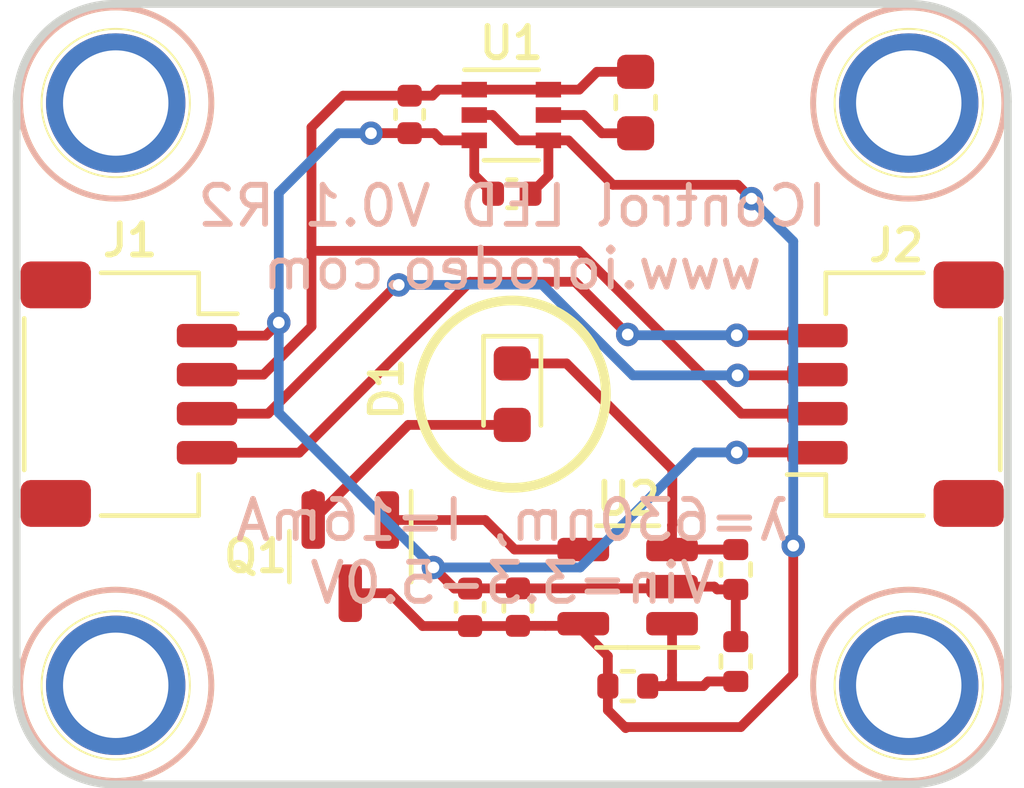
<source format=kicad_pcb>
(kicad_pcb (version 20221018) (generator pcbnew)
  (layers (0 "F.Cu" signal) (31 "B.Cu" signal) (34 "B.Paste" user) (35 "F.Paste" user) (36 "B.SilkS" user "B.Silkscreen") (37 "F.SilkS" user "F.Silkscreen") (38 "B.Mask" user) (39 "F.Mask" user) (44 "Edge.Cuts" user))
  (net 0 "")
  (net 1 "GND")
  (net 2 "/VIN")
  (net 3 "/VL")
  (net 4 "/SCL")
  (net 5 "/SDA")
  (net 6 "/5V")
  (net 7 "Net-(D1-K)")
  (net 8 "Net-(D1-A)")
  (net 9 "Net-(Q1-B)")
  (net 10 "/Vset")
  (footprint "custom_mount_hole:MountingHole_2.5mm_Pad" (layer "F.Cu") (at 52.54 52.54)
    (fp_text reference "M1" hide)
    (fp_text value "MountingHole_2.5mm_Pad" hide)
    (fp_circle (center 0 0) (end 2.45 0) (stroke (width 0.15)) (fill none) (layer "B.SilkS"))
    (fp_circle (center 0 0) (end 1.9 0) (stroke (width 0.05)) (fill none) (layer "F.SilkS"))
    (fp_circle (center 0 0) (end 2.45 0) (stroke (width 0.15)) (fill none) (layer "F.SilkS"))
    (pad "~" thru_hole circle (at 0 0) (size 3.57 3.57) (drill 2.7) (layers "*.Cu" "*.Mask"))
  )
  (footprint "custom_mount_hole:MountingHole_2.5mm_Pad" (layer "F.Cu") (at 72.86 52.54)
    (fp_text reference "M2" hide)
    (fp_text value "MountingHole_2.5mm_Pad" hide)
    (fp_circle (center 0 0) (end 2.45 0) (stroke (width 0.15)) (fill none) (layer "B.SilkS"))
    (fp_circle (center 0 0) (end 1.9 0) (stroke (width 0.05)) (fill none) (layer "F.SilkS"))
    (fp_circle (center 0 0) (end 2.45 0) (stroke (width 0.15)) (fill none) (layer "F.SilkS"))
    (pad "~" thru_hole circle (at 0 0) (size 3.57 3.57) (drill 2.7) (layers "*.Cu" "*.Mask"))
  )
  (footprint "custom_mount_hole:MountingHole_2.5mm_Pad" (layer "F.Cu") (at 72.86 67.46)
    (fp_text reference "M3" hide)
    (fp_text value "MountingHole_2.5mm_Pad" hide)
    (fp_circle (center 0 0) (end 2.45 0) (stroke (width 0.15)) (fill none) (layer "B.SilkS"))
    (fp_circle (center 0 0) (end 1.9 0) (stroke (width 0.05)) (fill none) (layer "F.SilkS"))
    (fp_circle (center 0 0) (end 2.45 0) (stroke (width 0.15)) (fill none) (layer "F.SilkS"))
    (pad "~" thru_hole circle (at 0 0) (size 3.57 3.57) (drill 2.7) (layers "*.Cu" "*.Mask"))
  )
  (footprint "custom_mount_hole:MountingHole_2.5mm_Pad" (layer "F.Cu") (at 52.54 67.46)
    (fp_text reference "M4" hide)
    (fp_text value "MountingHole_2.5mm_Pad" hide)
    (fp_circle (center 0 0) (end 2.45 0) (stroke (width 0.15)) (fill none) (layer "B.SilkS"))
    (fp_circle (center 0 0) (end 1.9 0) (stroke (width 0.05)) (fill none) (layer "F.SilkS"))
    (fp_circle (center 0 0) (end 2.45 0) (stroke (width 0.15)) (fill none) (layer "F.SilkS"))
    (pad "~" thru_hole circle (at 0 0) (size 3.57 3.57) (drill 2.7) (layers "*.Cu" "*.Mask"))
  )
  (footprint "LED_SMD:LED_0603_1608Metric" (layer "F.Cu") (at 62.7 60 -90)
    (fp_text reference "D1" (at -0.1322 3.2132 90) (layer "F.SilkS") (effects (font (size 0.8 0.8))))
    (fp_text value "LED" hide)
    (fp_line (start -1.485 -0.735) (end -1.485 0.735) (stroke (width 0.12)) (layer "F.SilkS"))
    (fp_line (start -1.485 0.735) (end 0.8 0.735) (stroke (width 0.12)) (layer "F.SilkS"))
    (fp_line (start 0.8 -0.735) (end -1.485 -0.735) (stroke (width 0.12)) (layer "F.SilkS"))
    (pad "1" smd roundrect (at -0.7875 0 270) (size 0.875 0.95) (layers "F.Cu" "F.Paste" "F.Mask") (net 7 "Net-(D1-K)"))
    (pad "2" smd roundrect (at 0.7875 0 270) (size 0.875 0.95) (layers "F.Cu" "F.Paste" "F.Mask") (net 8 "Net-(D1-A)"))
  )
  (footprint "JST_SH_SM04B_custom:JST_SH_SM04B-SRSS-TB_1x04-1MP_P1.00mm_Horizontal" (layer "F.Cu") (at 52.88 60 -90)
    (fp_text reference "J1" (at -3.9422 -0.0298) (layer "F.SilkS") (effects (font (size 0.8 0.8))))
    (fp_text value "Conn_01x04" hide)
    (fp_line (start -3.11 -1.785) (end -2.06 -1.785) (stroke (width 0.12)) (layer "F.SilkS"))
    (fp_line (start -3.11 0.715) (end -3.11 -1.785) (stroke (width 0.12)) (layer "F.SilkS"))
    (fp_line (start -2.06 -1.785) (end -2.06 -2.775) (stroke (width 0.12)) (layer "F.SilkS"))
    (fp_line (start -1.94 2.685) (end 1.94 2.685) (stroke (width 0.12)) (layer "F.SilkS"))
    (fp_line (start 3.11 -1.785) (end 2.06 -1.785) (stroke (width 0.12)) (layer "F.SilkS"))
    (fp_line (start 3.11 0.715) (end 3.11 -1.785) (stroke (width 0.12)) (layer "F.SilkS"))
    (pad "1" smd roundrect (at -1.5 -2 270) (size 0.6 1.55) (layers "F.Cu" "F.Paste" "F.Mask") (net 1 "GND"))
    (pad "2" smd roundrect (at -0.5 -2 270) (size 0.6 1.55) (layers "F.Cu" "F.Paste" "F.Mask") (net 2 "/VIN"))
    (pad "3" smd roundrect (at 0.5 -2 270) (size 0.6 1.55) (layers "F.Cu" "F.Paste" "F.Mask") (net 5 "/SDA"))
    (pad "4" smd roundrect (at 1.5 -2 270) (size 0.6 1.55) (layers "F.Cu" "F.Paste" "F.Mask") (net 4 "/SCL"))
    (pad "MP" smd roundrect (at -2.8 1.875 270) (size 1.2 1.8) (layers "F.Cu" "F.Paste" "F.Mask") (roundrect_rratio 0.2083333333))
    (pad "MP" smd roundrect (at 2.8 1.875 270) (size 1.2 1.8) (layers "F.Cu" "F.Paste" "F.Mask") (roundrect_rratio 0.2083333333))
  )
  (footprint "JST_SH_SM04B_custom:JST_SH_SM04B-SRSS-TB_1x04-1MP_P1.00mm_Horizontal" (layer "F.Cu") (at 72.52 60 90)
    (fp_text reference "J2" (at 3.8152 0.0208 180) (layer "F.SilkS") (effects (font (size 0.8 0.8))))
    (fp_text value "Conn_01x04" hide)
    (fp_line (start -3.11 -1.785) (end -2.06 -1.785) (stroke (width 0.12)) (layer "F.SilkS"))
    (fp_line (start -3.11 0.715) (end -3.11 -1.785) (stroke (width 0.12)) (layer "F.SilkS"))
    (fp_line (start -2.06 -1.785) (end -2.06 -2.775) (stroke (width 0.12)) (layer "F.SilkS"))
    (fp_line (start -1.94 2.685) (end 1.94 2.685) (stroke (width 0.12)) (layer "F.SilkS"))
    (fp_line (start 3.11 -1.785) (end 2.06 -1.785) (stroke (width 0.12)) (layer "F.SilkS"))
    (fp_line (start 3.11 0.715) (end 3.11 -1.785) (stroke (width 0.12)) (layer "F.SilkS"))
    (pad "1" smd roundrect (at -1.5 -2 90) (size 0.6 1.55) (layers "F.Cu" "F.Paste" "F.Mask") (net 1 "GND"))
    (pad "2" smd roundrect (at -0.5 -2 90) (size 0.6 1.55) (layers "F.Cu" "F.Paste" "F.Mask") (net 2 "/VIN"))
    (pad "3" smd roundrect (at 0.5 -2 90) (size 0.6 1.55) (layers "F.Cu" "F.Paste" "F.Mask") (net 5 "/SDA"))
    (pad "4" smd roundrect (at 1.5 -2 90) (size 0.6 1.55) (layers "F.Cu" "F.Paste" "F.Mask") (net 4 "/SCL"))
    (pad "MP" smd roundrect (at -2.8 1.875 90) (size 1.2 1.8) (layers "F.Cu" "F.Paste" "F.Mask") (roundrect_rratio 0.2083333333))
    (pad "MP" smd roundrect (at 2.8 1.875 90) (size 1.2 1.8) (layers "F.Cu" "F.Paste" "F.Mask") (roundrect_rratio 0.2083333333))
  )
  (footprint "Resistor_SMD:R_0402_1005Metric" (layer "F.Cu") (at 68.4276 64.4926 -90)
    (fp_text reference "R1" hide)
    (fp_text value "10" hide)
    (fp_line (start -0.153641 -0.38) (end 0.153641 -0.38) (stroke (width 0.12)) (layer "F.SilkS"))
    (fp_line (start -0.153641 0.38) (end 0.153641 0.38) (stroke (width 0.12)) (layer "F.SilkS"))
    (pad "1" smd roundrect (at -0.51 0 270) (size 0.54 0.64) (layers "F.Cu" "F.Paste" "F.Mask") (net 7 "Net-(D1-K)"))
    (pad "2" smd roundrect (at 0.51 0 270) (size 0.54 0.64) (layers "F.Cu" "F.Paste" "F.Mask") (net 1 "GND"))
  )
  (footprint "Package_TO_SOT_SMD:SOT-23-5" (layer "F.Cu") (at 65.6577 64.931 180)
    (fp_text reference "U2" (at -0.0125 2.25) (layer "F.SilkS") (effects (font (size 0.8 0.8) (thickness 0.15) bold)))
    (fp_text value "LMV321")
    (fp_line (start 0 -1.56) (end -1.8 -1.56) (stroke (width 0.12)) (layer "F.SilkS"))
    (fp_line (start 0 -1.56) (end 0.8 -1.56) (stroke (width 0.12)) (layer "F.SilkS"))
    (fp_line (start 0 1.56) (end -0.8 1.56) (stroke (width 0.12)) (layer "F.SilkS"))
    (fp_line (start 0 1.56) (end 0.8 1.56) (stroke (width 0.12)) (layer "F.SilkS"))
    (pad "1" smd roundrect (at -1.1375 -0.95 180) (size 1.325 0.6) (layers "F.Cu" "F.Paste" "F.Mask") (net 10 "/Vset"))
    (pad "2" smd roundrect (at -1.1375 0 180) (size 1.325 0.6) (layers "F.Cu" "F.Paste" "F.Mask") (net 1 "GND"))
    (pad "3" smd roundrect (at -1.1375 0.95 180) (size 1.325 0.6) (layers "F.Cu" "F.Paste" "F.Mask") (net 7 "Net-(D1-K)"))
    (pad "4" smd roundrect (at 1.1375 0.95 180) (size 1.325 0.6) (layers "F.Cu" "F.Paste" "F.Mask") (net 9 "Net-(Q1-B)"))
    (pad "5" smd roundrect (at 1.1375 -0.95 180) (size 1.325 0.6) (layers "F.Cu" "F.Paste" "F.Mask") (net 6 "/5V"))
  )
  (footprint "Capacitor_SMD:C_0402_1005Metric" (layer "F.Cu") (at 62.8452 65.456 90)
    (fp_text reference "C3" hide)
    (fp_text value "0.1uF" hide)
    (fp_line (start -0.107836 -0.36) (end 0.107836 -0.36) (stroke (width 0.12)) (layer "F.SilkS"))
    (fp_line (start -0.107836 0.36) (end 0.107836 0.36) (stroke (width 0.12)) (layer "F.SilkS"))
    (pad "1" smd roundrect (at -0.48 0 90) (size 0.56 0.62) (layers "F.Cu" "F.Paste" "F.Mask") (net 6 "/5V"))
    (pad "2" smd roundrect (at 0.48 0 90) (size 0.56 0.62) (layers "F.Cu" "F.Paste" "F.Mask") (net 1 "GND"))
  )
  (footprint "Resistor_SMD:R_0402_1005Metric" (layer "F.Cu") (at 68.4276 66.8508 90)
    (fp_text reference "R3" hide)
    (fp_text value "1k" hide)
    (fp_line (start -0.153641 -0.38) (end 0.153641 -0.38) (stroke (width 0.12)) (layer "F.SilkS"))
    (fp_line (start -0.153641 0.38) (end 0.153641 0.38) (stroke (width 0.12)) (layer "F.SilkS"))
    (pad "1" smd roundrect (at -0.51 0 90) (size 0.54 0.64) (layers "F.Cu" "F.Paste" "F.Mask") (net 10 "/Vset"))
    (pad "2" smd roundrect (at 0.51 0 90) (size 0.54 0.64) (layers "F.Cu" "F.Paste" "F.Mask") (net 1 "GND"))
  )
  (footprint "Inductor_SMD:L_0603_1608Metric" (layer "F.Cu") (at 65.8622 52.5272 -90)
    (fp_text reference "L1" hide)
    (fp_text value "4.7uF" hide)
    (fp_line (start -0.162779 -0.51) (end 0.162779 -0.51) (stroke (width 0.12)) (layer "F.SilkS"))
    (fp_line (start -0.162779 0.51) (end 0.162779 0.51) (stroke (width 0.12)) (layer "F.SilkS"))
    (pad "1" smd roundrect (at -0.7875 0 270) (size 0.875 0.95) (layers "F.Cu" "F.Paste" "F.Mask") (net 2 "/VIN"))
    (pad "2" smd roundrect (at 0.7875 0 270) (size 0.875 0.95) (layers "F.Cu" "F.Paste" "F.Mask") (net 3 "/VL"))
  )
  (footprint "Resistor_SMD:R_0402_1005Metric" (layer "F.Cu") (at 65.6602 67.481)
    (fp_text reference "R2" hide)
    (fp_text value "30k" hide)
    (fp_line (start -0.153641 -0.38) (end 0.153641 -0.38) (stroke (width 0.12)) (layer "F.SilkS"))
    (fp_line (start -0.153641 0.38) (end 0.153641 0.38) (stroke (width 0.12)) (layer "F.SilkS"))
    (pad "1" smd roundrect (at -0.51 0) (size 0.54 0.64) (layers "F.Cu" "F.Paste" "F.Mask") (net 6 "/5V"))
    (pad "2" smd roundrect (at 0.51 0) (size 0.54 0.64) (layers "F.Cu" "F.Paste" "F.Mask") (net 10 "/Vset"))
  )
  (footprint "Capacitor_SMD:C_0402_1005Metric" (layer "F.Cu") (at 60.071 52.832 90)
    (fp_text reference "C1" hide)
    (fp_text value "10uF" hide)
    (fp_line (start -0.107836 -0.36) (end 0.107836 -0.36) (stroke (width 0.12)) (layer "F.SilkS"))
    (fp_line (start -0.107836 0.36) (end 0.107836 0.36) (stroke (width 0.12)) (layer "F.SilkS"))
    (pad "1" smd roundrect (at -0.48 0 90) (size 0.56 0.62) (layers "F.Cu" "F.Paste" "F.Mask") (net 1 "GND"))
    (pad "2" smd roundrect (at 0.48 0 90) (size 0.56 0.62) (layers "F.Cu" "F.Paste" "F.Mask") (net 2 "/VIN"))
  )
  (footprint "Package_TO_SOT_SMD:SOT-363_SC-70-6" (layer "F.Cu") (at 62.677 52.847)
    (fp_text reference "U1" (at 0 -1.8438) (layer "F.SilkS") (effects (font (size 0.8 0.8))))
    (fp_text value "TPS61222DCK" hide)
    (fp_line (start -0.7 1.16) (end 0.7 1.16) (stroke (width 0.12)) (layer "F.SilkS"))
    (fp_line (start 0.7 -1.16) (end -1.2 -1.16) (stroke (width 0.12)) (layer "F.SilkS"))
    (pad "1" smd rect (at -0.95 -0.65) (size 0.65 0.4) (layers "F.Cu" "F.Paste" "F.Mask") (net 2 "/VIN"))
    (pad "2" smd rect (at -0.95 0) (size 0.65 0.4) (layers "F.Cu" "F.Paste" "F.Mask") (net 6 "/5V"))
    (pad "3" smd rect (at -0.95 0.65) (size 0.65 0.4) (layers "F.Cu" "F.Paste" "F.Mask") (net 1 "GND"))
    (pad "4" smd rect (at 0.95 0.65) (size 0.65 0.4) (layers "F.Cu" "F.Paste" "F.Mask") (net 6 "/5V"))
    (pad "5" smd rect (at 0.95 0) (size 0.65 0.4) (layers "F.Cu" "F.Paste" "F.Mask") (net 3 "/VL"))
    (pad "6" smd rect (at 0.95 -0.65) (size 0.65 0.4) (layers "F.Cu" "F.Paste" "F.Mask") (net 2 "/VIN"))
  )
  (footprint "Capacitor_SMD:C_0402_1005Metric" (layer "F.Cu") (at 61.6202 65.461 90)
    (fp_text reference "C4" hide)
    (fp_text value "10uF" hide)
    (fp_line (start -0.107836 -0.36) (end 0.107836 -0.36) (stroke (width 0.12)) (layer "F.SilkS"))
    (fp_line (start -0.107836 0.36) (end 0.107836 0.36) (stroke (width 0.12)) (layer "F.SilkS"))
    (pad "1" smd roundrect (at -0.48 0 90) (size 0.56 0.62) (layers "F.Cu" "F.Paste" "F.Mask") (net 6 "/5V"))
    (pad "2" smd roundrect (at 0.48 0 90) (size 0.56 0.62) (layers "F.Cu" "F.Paste" "F.Mask") (net 1 "GND"))
  )
  (footprint "Package_TO_SOT_SMD:SOT-23" (layer "F.Cu") (at 58.55 64.1625 -90)
    (fp_text reference "Q1" (at -0.0125 2.425 -180) (layer "F.SilkS") (effects (font (size 0.8 0.8) (thickness 0.15) bold)))
    (fp_text value "MMBT5551L" hide)
    (fp_line (start 0 -1.56) (end -1.675 -1.56) (stroke (width 0.12)) (layer "F.SilkS"))
    (fp_line (start 0 -1.56) (end 0.65 -1.56) (stroke (width 0.12)) (layer "F.SilkS"))
    (fp_line (start 0 1.56) (end -0.65 1.56) (stroke (width 0.12)) (layer "F.SilkS"))
    (fp_line (start 0 1.56) (end 0.65 1.56) (stroke (width 0.12)) (layer "F.SilkS"))
    (pad "1" smd roundrect (at -0.9375 -0.95 270) (size 1.475 0.6) (layers "F.Cu" "F.Paste" "F.Mask") (net 9 "Net-(Q1-B)"))
    (pad "2" smd roundrect (at -0.9375 0.95 270) (size 1.475 0.6) (layers "F.Cu" "F.Paste" "F.Mask") (net 8 "Net-(D1-A)"))
    (pad "3" smd roundrect (at 0.9375 0 270) (size 1.475 0.6) (layers "F.Cu" "F.Paste" "F.Mask") (net 6 "/5V"))
  )
  (footprint "Capacitor_SMD:C_0402_1005Metric" (layer "F.Cu") (at 62.6898 54.864)
    (fp_text reference "C2" hide)
    (fp_text value "10uF" hide)
    (fp_line (start -0.107836 -0.36) (end 0.107836 -0.36) (stroke (width 0.12)) (layer "F.SilkS"))
    (fp_line (start -0.107836 0.36) (end 0.107836 0.36) (stroke (width 0.12)) (layer "F.SilkS"))
    (pad "1" smd roundrect (at -0.48 0) (size 0.56 0.62) (layers "F.Cu" "F.Paste" "F.Mask") (net 1 "GND"))
    (pad "2" smd roundrect (at 0.48 0) (size 0.56 0.62) (layers "F.Cu" "F.Paste" "F.Mask") (net 6 "/5V"))
  )
  (gr_circle (center 62.7 60) (end 65.1 60) (stroke (width 0.25)) (fill none) (layer "F.SilkS"))
  (gr_arc (start 72.9 50) (mid 74.667767 50.732233) (end 75.4 52.5) (stroke (width 0.2)) (layer "Edge.Cuts"))
  (gr_arc (start 52.5 70) (mid 50.732233 69.267767) (end 50 67.5) (stroke (width 0.2)) (layer "Edge.Cuts"))
  (gr_line (start 52.5 50) (end 72.9 50) (stroke (width 0.2)) (layer "Edge.Cuts"))
  (gr_arc (start 50 52.5) (mid 50.732233 50.732233) (end 52.5 50) (stroke (width 0.2)) (layer "Edge.Cuts"))
  (gr_arc (start 75.4 67.5) (mid 74.667767 69.267767) (end 72.9 70) (stroke (width 0.2)) (layer "Edge.Cuts"))
  (gr_line (start 50 52.5) (end 50 67.5) (stroke (width 0.2)) (layer "Edge.Cuts"))
  (gr_line (start 52.5 70) (end 72.9 70) (stroke (width 0.2)) (layer "Edge.Cuts"))
  (gr_line (start 75.4 52.5) (end 75.4 67.5) (stroke (width 0.2)) (layer "Edge.Cuts"))
  (gr_text "IControl LED V0.1 R2\nwww.iorodeo.com\n\n\n\nλ=630nm, I=16mA\nVin=3.3-5.0V" (at 62.7 60.01) (layer "B.SilkS") (effects (font (size 1 1)) (justify mirror)))
  (segment (start 61.2218 64.981) (end 60.6806 64.4398) (width 0.25) (layer "F.Cu") (net 1))
  (segment (start 68.4276 65.0026) (end 68.4276 66.3408) (width 0.25) (layer "F.Cu") (net 1))
  (segment (start 60.071 53.312) (end 60.7034 53.312) (width 0.25) (layer "F.Cu") (net 1))
  (segment (start 60.7034 53.312) (end 60.8884 53.497) (width 0.25) (layer "F.Cu") (net 1))
  (segment (start 62.8452 64.976) (end 61.6252 64.976) (width 0.25) (layer "F.Cu") (net 1))
  (segment (start 68.4276 65.0026) (end 67.949 65.0026) (width 0.25) (layer "F.Cu") (net 1))
  (segment (start 70.3134 61.4934) (end 70.32 61.5) (width 0.25) (layer "F.Cu") (net 1))
  (segment (start 62.8452 64.976) (end 63.9452 64.976) (width 0.25) (layer "F.Cu") (net 1))
  (segment (start 67.949 65.0026) (end 67.8774 64.931) (width 0.25) (layer "F.Cu") (net 1))
  (segment (start 68.453 61.4934) (end 70.4134 61.4934) (width 0.25) (layer "F.Cu") (net 1))
  (segment (start 59.083 53.312) (end 59.0804 53.3146) (width 0.25) (layer "F.Cu") (net 1))
  (segment (start 56.3842 58.5) (end 54.98 58.5) (width 0.25) (layer "F.Cu") (net 1))
  (segment (start 70.4134 61.4934) (end 70.42 61.5) (width 0.25) (layer "F.Cu") (net 1))
  (segment (start 56.3842 58.5) (end 56.7182 58.166) (width 0.25) (layer "F.Cu") (net 1))
  (segment (start 70.7684 61.4934) (end 70.775 61.5) (width 0.25) (layer "F.Cu") (net 1))
  (segment (start 70.3634 61.4934) (end 70.37 61.5) (width 0.25) (layer "F.Cu") (net 1))
  (segment (start 61.727 54.3812) (end 62.2098 54.864) (width 0.25) (layer "F.Cu") (net 1))
  (segment (start 61.6202 64.981) (end 61.2218 64.981) (width 0.25) (layer "F.Cu") (net 1))
  (segment (start 66.7502 64.976) (end 66.7952 64.931) (width 0.25) (layer "F.Cu") (net 1))
  (segment (start 60.8884 53.497) (end 61.727 53.497) (width 0.25) (layer "F.Cu") (net 1))
  (segment (start 67.8774 64.931) (end 66.7952 64.931) (width 0.25) (layer "F.Cu") (net 1))
  (segment (start 60.071 53.312) (end 59.083 53.312) (width 0.25) (layer "F.Cu") (net 1))
  (segment (start 61.727 53.497) (end 61.727 54.3812) (width 0.25) (layer "F.Cu") (net 1))
  (segment (start 63.9452 64.976) (end 66.7502 64.976) (width 0.25) (layer "F.Cu") (net 1))
  (segment (start 61.6252 64.976) (end 61.6202 64.981) (width 0.25) (layer "F.Cu") (net 1))
  (via (at 60.6806 64.4398) (size 0.6) (drill 0.3) (layers "F.Cu" "B.Cu") (net 1))
  (via (at 56.7182 58.166) (size 0.6) (drill 0.3) (layers "F.Cu" "B.Cu") (net 1))
  (via (at 59.0804 53.3146) (size 0.6) (drill 0.3) (layers "F.Cu" "B.Cu") (net 1))
  (via (at 68.453 61.4934) (size 0.6) (drill 0.3) (layers "F.Cu" "B.Cu") (net 1))
  (segment (start 67.3862 61.4934) (end 68.453 61.4934) (width 0.25) (layer "B.Cu") (net 1))
  (segment (start 56.7182 54.8386) (end 58.2422 53.3146) (width 0.25) (layer "B.Cu") (net 1))
  (segment (start 60.6806 64.4398) (end 64.4398 64.4398) (width 0.25) (layer "B.Cu") (net 1))
  (segment (start 64.4398 64.4398) (end 67.3862 61.4934) (width 0.25) (layer "B.Cu") (net 1))
  (segment (start 56.7182 60.4774) (end 60.6806 64.4398) (width 0.25) (layer "B.Cu") (net 1))
  (segment (start 58.2422 53.3146) (end 59.0804 53.3146) (width 0.25) (layer "B.Cu") (net 1))
  (segment (start 56.7182 58.166) (end 56.7182 54.8386) (width 0.25) (layer "B.Cu") (net 1))
  (segment (start 56.7182 58.166) (end 56.7182 60.4774) (width 0.25) (layer "B.Cu") (net 1))
  (segment (start 60.6526 52.352) (end 60.8076 52.197) (width 0.25) (layer "F.Cu") (net 2))
  (segment (start 60.071 52.352) (end 60.6526 52.352) (width 0.25) (layer "F.Cu") (net 2))
  (segment (start 57.5564 53.1622) (end 58.3666 52.352) (width 0.25) (layer "F.Cu") (net 2))
  (segment (start 56.324 59.5) (end 57.5564 58.2676) (width 0.25) (layer "F.Cu") (net 2))
  (segment (start 64.8717 51.7397) (end 65.8622 51.7397) (width 0.25) (layer "F.Cu") (net 2))
  (segment (start 64.4144 52.197) (end 64.8717 51.7397) (width 0.25) (layer "F.Cu") (net 2))
  (segment (start 57.5564 56.3372) (end 57.5564 53.1622) (width 0.25) (layer "F.Cu") (net 2))
  (segment (start 57.5661 56.3275) (end 64.399584 56.3275) (width 0.25) (layer "F.Cu") (net 2))
  (segment (start 57.5564 58.2676) (end 57.5564 56.3372) (width 0.25) (layer "F.Cu") (net 2))
  (segment (start 63.627 52.197) (end 64.4144 52.197) (width 0.25) (layer "F.Cu") (net 2))
  (segment (start 57.5564 56.3372) (end 57.5661 56.3275) (width 0.25) (layer "F.Cu") (net 2))
  (segment (start 56.324 59.5) (end 54.98 59.5) (width 0.25) (layer "F.Cu") (net 2))
  (segment (start 58.3666 52.352) (end 60.071 52.352) (width 0.25) (layer "F.Cu") (net 2))
  (segment (start 64.399584 56.3275) (end 68.572084 60.5) (width 0.25) (layer "F.Cu") (net 2))
  (segment (start 68.572084 60.5) (end 70.42 60.5) (width 0.25) (layer "F.Cu") (net 2))
  (segment (start 61.727 52.197) (end 63.627 52.197) (width 0.25) (layer "F.Cu") (net 2))
  (segment (start 60.8076 52.197) (end 61.727 52.197) (width 0.25) (layer "F.Cu") (net 2))
  (segment (start 64.531 52.847) (end 63.627 52.847) (width 0.25) (layer "F.Cu") (net 3))
  (segment (start 65.8622 53.3147) (end 64.9987 53.3147) (width 0.25) (layer "F.Cu") (net 3))
  (segment (start 64.9987 53.3147) (end 64.531 52.847) (width 0.25) (layer "F.Cu") (net 3))
  (segment (start 57.24 61.5) (end 54.98 61.5) (width 0.25) (layer "F.Cu") (net 4))
  (segment (start 61.62 57.12) (end 57.24 61.5) (width 0.25) (layer "F.Cu") (net 4))
  (segment (start 68.453 58.49) (end 70.41 58.49) (width 0.25) (layer "F.Cu") (net 4))
  (segment (start 70.36 58.49) (end 70.37 58.5) (width 0.25) (layer "F.Cu") (net 4))
  (segment (start 70.41 58.49) (end 70.42 58.5) (width 0.25) (layer "F.Cu") (net 4))
  (segment (start 65.659 58.4708) (end 64.3082 57.12) (width 0.25) (layer "F.Cu") (net 4))
  (segment (start 70.31 58.49) (end 70.32 58.5) (width 0.25) (layer "F.Cu") (net 4))
  (segment (start 64.3082 57.12) (end 61.62 57.12) (width 0.25) (layer "F.Cu") (net 4))
  (via (at 68.453 58.49) (size 0.6) (drill 0.3) (layers "F.Cu" "B.Cu") (net 4))
  (via (at 65.659 58.4708) (size 0.6) (drill 0.3) (layers "F.Cu" "B.Cu") (net 4))
  (segment (start 68.453 58.49) (end 65.6782 58.49) (width 0.25) (layer "B.Cu") (net 4))
  (segment (start 65.6782 58.49) (end 65.659 58.4708) (width 0.25) (layer "B.Cu") (net 4))
  (segment (start 59.7916 57.2008) (end 59.7408 57.2008) (width 0.25) (layer "F.Cu") (net 5))
  (segment (start 68.472931 59.517669) (end 70.402331 59.517669) (width 0.25) (layer "F.Cu") (net 5))
  (segment (start 68.472931 59.517669) (end 68.4906 59.5) (width 0.25) (layer "F.Cu") (net 5))
  (segment (start 70.402331 59.517669) (end 70.42 59.5) (width 0.25) (layer "F.Cu") (net 5))
  (segment (start 59.7408 57.2008) (end 56.4416 60.5) (width 0.25) (layer "F.Cu") (net 5))
  (segment (start 56.4416 60.5) (end 54.98 60.5) (width 0.25) (layer "F.Cu") (net 5))
  (segment (start 68.472931 59.517669) (end 68.455262 59.5) (width 0.25) (layer "F.Cu") (net 5))
  (segment (start 70.352331 59.517669) (end 70.37 59.5) (width 0.25) (layer "F.Cu") (net 5))
  (via (at 59.7916 57.2008) (size 0.6) (drill 0.3) (layers "F.Cu" "B.Cu") (net 5))
  (via (at 68.472931 59.517669) (size 0.6) (drill 0.3) (layers "F.Cu" "B.Cu") (net 5))
  (segment (start 61.4492 57.2008) (end 59.7916 57.2008) (width 0.25) (layer "B.Cu") (net 5))
  (segment (start 68.472931 59.517669) (end 65.791469 59.517669) (width 0.25) (layer "B.Cu") (net 5))
  (segment (start 65.791469 59.517669) (end 63.4638 57.19) (width 0.25) (layer "B.Cu") (net 5))
  (segment (start 61.46 57.19) (end 61.4492 57.2008) (width 0.25) (layer "B.Cu") (net 5))
  (segment (start 63.4638 57.19) (end 61.46 57.19) (width 0.25) (layer "B.Cu") (net 5))
  (segment (start 63.627 54.4068) (end 63.1698 54.864) (width 0.25) (layer "F.Cu") (net 6))
  (segment (start 64.5202 65.881) (end 64.5202 66.081) (width 0.25) (layer "F.Cu") (net 6))
  (segment (start 62.8402 65.941) (end 62.8452 65.936) (width 0.25) (layer "F.Cu") (net 6))
  (segment (start 63.5452 65.936) (end 64.4652 65.936) (width 0.25) (layer "F.Cu") (net 6))
  (segment (start 61.6202 65.941) (end 60.4038 65.941) (width 0.25) (layer "F.Cu") (net 6))
  (segment (start 65.6082 68.5546) (end 65.1502 68.0966) (width 0.25) (layer "F.Cu") (net 6))
  (segment (start 58.55 65.1) (end 58.55 65.5858) (width 0.25) (layer "F.Cu") (net 6))
  (segment (start 62.8452 65.936) (end 63.5452 65.936) (width 0.25) (layer "F.Cu") (net 6))
  (segment (start 61.727 52.847) (end 62.1942 52.847) (width 0.25) (layer "F.Cu") (net 6))
  (segment (start 68.5546 68.5292) (end 65.6336 68.5292) (width 0.25) (layer "F.Cu") (net 6))
  (segment (start 65.1502 66.711) (end 65.1502 67.481) (width 0.25) (layer "F.Cu") (net 6))
  (segment (start 68.4754 54.6354) (end 68.83 54.99) (width 0.25) (layer "F.Cu") (net 6))
  (segment (start 63.627 53.497) (end 64.1396 53.497) (width 0.25) (layer "F.Cu") (net 6))
  (segment (start 65.278 54.6354) (end 68.4754 54.6354) (width 0.25) (layer "F.Cu") (net 6))
  (segment (start 62.1942 52.847) (end 62.8442 53.497) (width 0.25) (layer "F.Cu") (net 6))
  (segment (start 64.5202 66.081) (end 65.1502 66.711) (width 0.25) (layer "F.Cu") (net 6))
  (segment (start 61.6202 65.941) (end 62.8402 65.941) (width 0.25) (layer "F.Cu") (net 6))
  (segment (start 59.5628 65.1) (end 58.55 65.1) (width 0.25) (layer "F.Cu") (net 6))
  (segment (start 65.6336 68.5292) (end 65.6082 68.5546) (width 0.25) (layer "F.Cu") (net 6))
  (segment (start 63.627 53.497) (end 63.627 54.4068) (width 0.25) (layer "F.Cu") (net 6))
  (segment (start 64.1396 53.497) (end 65.278 54.6354) (width 0.25) (layer "F.Cu") (net 6))
  (segment (start 69.9008 67.183) (end 68.5546 68.5292) (width 0.25) (layer "F.Cu") (net 6))
  (segment (start 60.4038 65.941) (end 59.5628 65.1) (width 0.25) (layer "F.Cu") (net 6))
  (segment (start 69.9008 63.881) (end 69.9008 67.183) (width 0.25) (layer "F.Cu") (net 6))
  (segment (start 62.8442 53.497) (end 63.627 53.497) (width 0.25) (layer "F.Cu") (net 6))
  (segment (start 65.1502 68.0966) (end 65.1502 67.481) (width 0.25) (layer "F.Cu") (net 6))
  (segment (start 64.4652 65.936) (end 64.5202 65.881) (width 0.25) (layer "F.Cu") (net 6))
  (via (at 69.9008 63.881) (size 0.6) (drill 0.3) (layers "F.Cu" "B.Cu") (net 6))
  (via (at 68.83 54.99) (size 0.6) (drill 0.3) (layers "F.Cu" "B.Cu") (net 6))
  (segment (start 69.9008 56.0832) (end 68.83 55.0124) (width 0.25) (layer "B.Cu") (net 6))
  (segment (start 68.83 55.0124) (end 68.83 54.99) (width 0.25) (layer "B.Cu") (net 6))
  (segment (start 69.9008 63.881) (end 69.9008 56.0832) (width 0.25) (layer "B.Cu") (net 6))
  (segment (start 68.426 63.981) (end 68.4276 63.9826) (width 0.25) (layer "F.Cu") (net 7))
  (segment (start 66.802 61.9252) (end 66.802 63.3476) (width 0.25) (layer "F.Cu") (net 7))
  (segment (start 62.7 59.2125) (end 64.0893 59.2125) (width 0.25) (layer "F.Cu") (net 7))
  (segment (start 66.7952 63.981) (end 68.426 63.981) (width 0.25) (layer "F.Cu") (net 7))
  (segment (start 64.0893 59.2125) (end 66.802 61.9252) (width 0.25) (layer "F.Cu") (net 7))
  (segment (start 66.7952 63.3544) (end 66.7952 63.981) (width 0.25) (layer "F.Cu") (net 7))
  (segment (start 66.802 63.3476) (end 66.7952 63.3544) (width 0.25) (layer "F.Cu") (net 7))
  (segment (start 60.0375 60.7875) (end 62.7 60.7875) (width 0.25) (layer "F.Cu") (net 8))
  (segment (start 57.6 63.225) (end 57.6 62.56) (width 0.25) (layer "F.Cu") (net 8))
  (segment (start 57.6 63.225) (end 60.0375 60.7875) (width 0.25) (layer "F.Cu") (net 8))
  (segment (start 62.0058 63.225) (end 59.5 63.225) (width 0.25) (layer "F.Cu") (net 9))
  (segment (start 59.545 63.18) (end 59.5 63.225) (width 0.25) (layer "F.Cu") (net 9))
  (segment (start 64.5202 63.981) (end 62.7618 63.981) (width 0.25) (layer "F.Cu") (net 9))
  (segment (start 62.7618 63.981) (end 62.0058 63.225) (width 0.25) (layer "F.Cu") (net 9))
  (segment (start 66.7952 67.346) (end 66.6602 67.481) (width 0.25) (layer "F.Cu") (net 10))
  (segment (start 67.7164 67.3608) (end 68.4276 67.3608) (width 0.25) (layer "F.Cu") (net 10))
  (segment (start 66.7952 65.881) (end 66.7952 67.196) (width 0.25) (layer "F.Cu") (net 10))
  (segment (start 66.5226 67.481) (end 67.5962 67.481) (width 0.25) (layer "F.Cu") (net 10))
  (segment (start 66.5226 67.481) (end 66.1702 67.481) (width 0.25) (layer "F.Cu") (net 10))
  (segment (start 66.7952 67.196) (end 66.7952 67.346) (width 0.25) (layer "F.Cu") (net 10))
  (segment (start 66.6602 67.481) (end 66.5226 67.481) (width 0.25) (layer "F.Cu") (net 10))
  (segment (start 67.5962 67.481) (end 67.7164 67.3608) (width 0.25) (layer "F.Cu") (net 10))
)
</source>
